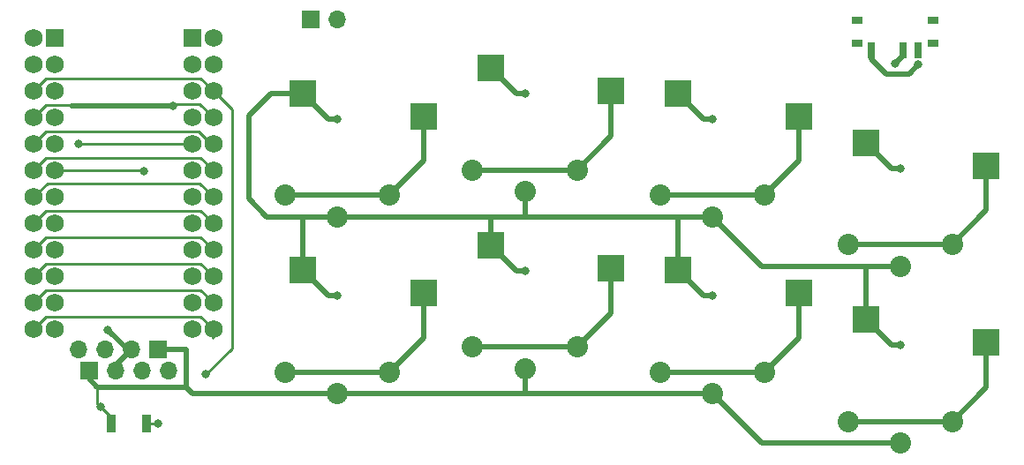
<source format=gbr>
%TF.GenerationSoftware,KiCad,Pcbnew,5.1.10*%
%TF.CreationDate,2021-07-08T20:07:14-05:00*%
%TF.ProjectId,small-paintbrush-hotswap,736d616c-6c2d-4706-9169-6e7462727573,rev?*%
%TF.SameCoordinates,Original*%
%TF.FileFunction,Copper,L2,Bot*%
%TF.FilePolarity,Positive*%
%FSLAX46Y46*%
G04 Gerber Fmt 4.6, Leading zero omitted, Abs format (unit mm)*
G04 Created by KiCad (PCBNEW 5.1.10) date 2021-07-08 20:07:14*
%MOMM*%
%LPD*%
G01*
G04 APERTURE LIST*
%TA.AperFunction,SMDPad,CuDef*%
%ADD10R,2.600000X2.600000*%
%TD*%
%TA.AperFunction,ComponentPad*%
%ADD11C,2.032000*%
%TD*%
%TA.AperFunction,ComponentPad*%
%ADD12O,1.700000X1.700000*%
%TD*%
%TA.AperFunction,ComponentPad*%
%ADD13R,1.700000X1.700000*%
%TD*%
%TA.AperFunction,ComponentPad*%
%ADD14C,1.752600*%
%TD*%
%TA.AperFunction,ComponentPad*%
%ADD15R,1.752600X1.752600*%
%TD*%
%TA.AperFunction,SMDPad,CuDef*%
%ADD16R,0.900000X1.700000*%
%TD*%
%TA.AperFunction,SMDPad,CuDef*%
%ADD17R,1.000000X0.800000*%
%TD*%
%TA.AperFunction,SMDPad,CuDef*%
%ADD18R,0.700000X1.500000*%
%TD*%
%TA.AperFunction,ViaPad*%
%ADD19C,0.800000*%
%TD*%
%TA.AperFunction,Conductor*%
%ADD20C,0.508000*%
%TD*%
%TA.AperFunction,Conductor*%
%ADD21C,0.254000*%
%TD*%
%TA.AperFunction,Conductor*%
%ADD22C,0.250000*%
%TD*%
G04 APERTURE END LIST*
D10*
%TO.P,KEY2,2*%
%TO.N,R1C2*%
X132176737Y-27469424D03*
D11*
X118901737Y-35019424D03*
X128901737Y-35019424D03*
D10*
%TO.P,KEY2,1*%
%TO.N,GND*%
X120626737Y-25269424D03*
D11*
X123901737Y-37119424D03*
%TD*%
D10*
%TO.P,KEY3,2*%
%TO.N,R1C3*%
X150176739Y-29849426D03*
D11*
X136901739Y-37399426D03*
X146901739Y-37399426D03*
D10*
%TO.P,KEY3,1*%
%TO.N,GND*%
X138626739Y-27649426D03*
D11*
X141901739Y-39499426D03*
%TD*%
D10*
%TO.P,KEY4,2*%
%TO.N,R1C4*%
X168176737Y-34599424D03*
D11*
X154901737Y-42149424D03*
X164901737Y-42149424D03*
D10*
%TO.P,KEY4,1*%
%TO.N,GND*%
X156626737Y-32399424D03*
D11*
X159901737Y-44249424D03*
%TD*%
D10*
%TO.P,KEY6,2*%
%TO.N,R2C2*%
X132176739Y-44469424D03*
D11*
X118901739Y-52019424D03*
X128901739Y-52019424D03*
D10*
%TO.P,KEY6,1*%
%TO.N,GND*%
X120626739Y-42269424D03*
D11*
X123901739Y-54119424D03*
%TD*%
D10*
%TO.P,KEY7,2*%
%TO.N,R2C3*%
X150176739Y-46849426D03*
D11*
X136901739Y-54399426D03*
X146901739Y-54399426D03*
D10*
%TO.P,KEY7,1*%
%TO.N,GND*%
X138626739Y-44649426D03*
D11*
X141901739Y-56499426D03*
%TD*%
D10*
%TO.P,KEY8,2*%
%TO.N,R2C4*%
X168176739Y-51599423D03*
D11*
X154901739Y-59149423D03*
X164901739Y-59149423D03*
D10*
%TO.P,KEY8,1*%
%TO.N,GND*%
X156626739Y-49399423D03*
D11*
X159901739Y-61249423D03*
%TD*%
D10*
%TO.P,KEY1,2*%
%TO.N,R1C1*%
X114176737Y-29849424D03*
D11*
X100901737Y-37399424D03*
X110901737Y-37399424D03*
D10*
%TO.P,KEY1,1*%
%TO.N,GND*%
X102626737Y-27649424D03*
D11*
X105901737Y-39499424D03*
%TD*%
D10*
%TO.P,KEY5,2*%
%TO.N,R2C1*%
X114176736Y-46849424D03*
D11*
X100901736Y-54399424D03*
X110901736Y-54399424D03*
D10*
%TO.P,KEY5,1*%
%TO.N,GND*%
X102626736Y-44649424D03*
D11*
X105901736Y-56499424D03*
%TD*%
D12*
%TO.P,J1,2*%
%TO.N,Net-(J1-Pad2)*%
X105941736Y-20599424D03*
D13*
%TO.P,J1,1*%
%TO.N,Net-(J1-Pad1)*%
X103401736Y-20599424D03*
%TD*%
D12*
%TO.P,J2,4*%
%TO.N,SDA*%
X81081737Y-52249424D03*
%TO.P,J2,3*%
%TO.N,SCL*%
X83621737Y-52249424D03*
%TO.P,J2,2*%
%TO.N,VCC*%
X86161737Y-52249424D03*
D13*
%TO.P,J2,1*%
%TO.N,GND*%
X88701737Y-52249424D03*
%TD*%
D14*
%TO.P,U1,24*%
%TO.N,Net-(U1-Pad24)*%
X94021737Y-22379424D03*
%TO.P,U1,12*%
%TO.N,Net-(U1-Pad12)*%
X78781737Y-50319424D03*
%TO.P,U1,23*%
%TO.N,GND*%
X94021737Y-24919424D03*
%TO.P,U1,22*%
%TO.N,RST*%
X94021737Y-27459424D03*
%TO.P,U1,21*%
%TO.N,VCC*%
X94021737Y-29999424D03*
%TO.P,U1,20*%
%TO.N,R1C1*%
X94021737Y-32539424D03*
%TO.P,U1,19*%
%TO.N,R1C2*%
X94021737Y-35079424D03*
%TO.P,U1,18*%
%TO.N,R1C3*%
X94021737Y-37619424D03*
%TO.P,U1,17*%
%TO.N,R1C4*%
X94021737Y-40159424D03*
%TO.P,U1,16*%
%TO.N,R2C1*%
X94021737Y-42699424D03*
%TO.P,U1,15*%
%TO.N,R2C2*%
X94021737Y-45239424D03*
%TO.P,U1,14*%
%TO.N,R2C3*%
X94021737Y-47779424D03*
%TO.P,U1,13*%
%TO.N,R2C4*%
X94021737Y-50319424D03*
%TO.P,U1,11*%
%TO.N,Net-(U1-Pad11)*%
X78781737Y-47779424D03*
%TO.P,U1,10*%
%TO.N,Net-(U1-Pad10)*%
X78781737Y-45239424D03*
%TO.P,U1,9*%
%TO.N,Net-(U1-Pad9)*%
X78781737Y-42699424D03*
%TO.P,U1,8*%
%TO.N,Net-(U1-Pad8)*%
X78781737Y-40159424D03*
%TO.P,U1,7*%
%TO.N,Net-(U1-Pad7)*%
X78781737Y-37619424D03*
%TO.P,U1,6*%
%TO.N,SCL*%
X78781737Y-35079424D03*
%TO.P,U1,5*%
%TO.N,SDA*%
X78781737Y-32539424D03*
%TO.P,U1,4*%
%TO.N,GND*%
X78781737Y-29999424D03*
%TO.P,U1,3*%
X78781737Y-27459424D03*
%TO.P,U1,2*%
%TO.N,Net-(U1-Pad2)*%
X78781737Y-24919424D03*
D15*
%TO.P,U1,1*%
%TO.N,Net-(U1-Pad1)*%
X78781737Y-22379424D03*
%TD*%
D16*
%TO.P,PUSH1,2*%
%TO.N,GND*%
X84201736Y-59349424D03*
%TO.P,PUSH1,1*%
%TO.N,RST*%
X87601736Y-59349424D03*
%TD*%
D17*
%TO.P,SW1,*%
%TO.N,*%
X155751737Y-22879425D03*
X163051737Y-22879425D03*
X163051737Y-20669425D03*
X155751737Y-20669425D03*
D18*
%TO.P,SW1,3*%
%TO.N,Net-(SW1-Pad3)*%
X161651737Y-23529425D03*
%TO.P,SW1,2*%
%TO.N,Net-(J1-Pad2)*%
X160151737Y-23529425D03*
%TO.P,SW1,1*%
%TO.N,Net-(J1-Pad1)*%
X157151737Y-23529425D03*
%TD*%
D12*
%TO.P,J3,4*%
%TO.N,SDA*%
X89721739Y-54249424D03*
%TO.P,J3,3*%
%TO.N,SCL*%
X87181739Y-54249424D03*
%TO.P,J3,2*%
%TO.N,VCC*%
X84641739Y-54249424D03*
D13*
%TO.P,J3,1*%
%TO.N,GND*%
X82101739Y-54249424D03*
%TD*%
D14*
%TO.P,U2,24*%
%TO.N,Net-(U2-Pad24)*%
X76781736Y-22379424D03*
%TO.P,U2,12*%
%TO.N,Net-(U2-Pad12)*%
X92021736Y-50319424D03*
%TO.P,U2,23*%
%TO.N,GND*%
X76781736Y-24919424D03*
%TO.P,U2,22*%
%TO.N,RST*%
X76781736Y-27459424D03*
%TO.P,U2,21*%
%TO.N,VCC*%
X76781736Y-29999424D03*
%TO.P,U2,20*%
%TO.N,R1C1*%
X76781736Y-32539424D03*
%TO.P,U2,19*%
%TO.N,R1C2*%
X76781736Y-35079424D03*
%TO.P,U2,18*%
%TO.N,R1C3*%
X76781736Y-37619424D03*
%TO.P,U2,17*%
%TO.N,R1C4*%
X76781736Y-40159424D03*
%TO.P,U2,16*%
%TO.N,R2C1*%
X76781736Y-42699424D03*
%TO.P,U2,15*%
%TO.N,R2C2*%
X76781736Y-45239424D03*
%TO.P,U2,14*%
%TO.N,R2C3*%
X76781736Y-47779424D03*
%TO.P,U2,13*%
%TO.N,R2C4*%
X76781736Y-50319424D03*
%TO.P,U2,11*%
%TO.N,Net-(U2-Pad11)*%
X92021736Y-47779424D03*
%TO.P,U2,10*%
%TO.N,Net-(U2-Pad10)*%
X92021736Y-45239424D03*
%TO.P,U2,9*%
%TO.N,Net-(U2-Pad9)*%
X92021736Y-42699424D03*
%TO.P,U2,8*%
%TO.N,Net-(U2-Pad8)*%
X92021736Y-40159424D03*
%TO.P,U2,7*%
%TO.N,Net-(U2-Pad7)*%
X92021736Y-37619424D03*
%TO.P,U2,6*%
%TO.N,SCL*%
X92021736Y-35079424D03*
%TO.P,U2,5*%
%TO.N,SDA*%
X92021736Y-32539424D03*
%TO.P,U2,4*%
%TO.N,GND*%
X92021736Y-29999424D03*
%TO.P,U2,3*%
X92021736Y-27459424D03*
%TO.P,U2,2*%
%TO.N,Net-(U2-Pad2)*%
X92021736Y-24919424D03*
D15*
%TO.P,U2,1*%
%TO.N,Net-(U2-Pad1)*%
X92021736Y-22379424D03*
%TD*%
D19*
%TO.N,GND*%
X159901739Y-34849425D03*
X123901738Y-44719424D03*
X83201736Y-57749424D03*
X105901739Y-30099426D03*
X105901739Y-47099426D03*
X159901738Y-51849425D03*
X123901737Y-27719424D03*
X141901739Y-30099424D03*
X141901739Y-47099424D03*
%TO.N,VCC*%
X83901738Y-50349424D03*
X90151736Y-28849424D03*
%TO.N,Net-(J1-Pad2)*%
X159401739Y-24799424D03*
%TO.N,Net-(J1-Pad1)*%
X161651737Y-24879443D03*
%TO.N,SDA*%
X81091736Y-32539424D03*
%TO.N,SCL*%
X87401736Y-35099424D03*
%TO.N,RST*%
X93301736Y-54649424D03*
X88701736Y-59349424D03*
%TD*%
D20*
%TO.N,GND*%
X156626739Y-32399423D02*
X159076737Y-34849424D01*
X159076737Y-34849424D02*
X159901739Y-34849425D01*
X159076736Y-51849424D02*
X156626738Y-49399423D01*
X156626738Y-44249424D02*
X159901737Y-44249424D01*
X121521738Y-39499424D02*
X123901738Y-39499423D01*
X120626739Y-39524427D02*
X120601736Y-39499424D01*
X141901739Y-56499423D02*
X123901736Y-56499424D01*
X82101738Y-55049424D02*
X82901738Y-55849424D01*
X120626739Y-25269424D02*
X123076737Y-27719425D01*
X138626737Y-39499423D02*
X141901739Y-39499423D01*
X123901736Y-56499424D02*
X105901738Y-56499424D01*
X123901737Y-38556264D02*
X123901737Y-37119424D01*
X105076738Y-47099424D02*
X105901739Y-47099426D01*
X82901738Y-55849424D02*
X91401739Y-55849424D01*
X97401738Y-37799426D02*
X99101736Y-39499424D01*
X105901739Y-39499424D02*
X121521738Y-39499424D01*
X141901739Y-47099424D02*
X141076739Y-47099425D01*
X97401738Y-29778461D02*
X97401738Y-31099422D01*
D21*
X83201736Y-57749424D02*
X82901738Y-57449426D01*
D20*
X102626736Y-27649424D02*
X105076737Y-30099424D01*
X159901739Y-61249425D02*
X146651737Y-61249424D01*
X159901738Y-51849425D02*
X159076736Y-51849424D01*
X82101738Y-54249424D02*
X82101738Y-55049424D01*
X99530775Y-27649424D02*
X102626737Y-27649424D01*
X120626739Y-42269424D02*
X123076737Y-44719424D01*
X141076739Y-47099425D02*
X138626737Y-44649425D01*
X97401738Y-29778461D02*
X99530775Y-27649424D01*
X123901739Y-56499421D02*
X123901736Y-56499424D01*
D21*
X82901738Y-57449426D02*
X82901738Y-55849424D01*
X83201736Y-57749424D02*
X84201736Y-58749424D01*
D20*
X156626738Y-49399423D02*
X156626738Y-44249424D01*
D21*
X84201736Y-58749424D02*
X84201736Y-59349424D01*
D20*
X138626737Y-44649425D02*
X138626737Y-39499423D01*
X141076738Y-30099425D02*
X141901739Y-30099424D01*
X123901739Y-54119424D02*
X123901739Y-56499421D01*
X156626738Y-44249424D02*
X146651739Y-44249423D01*
X105076737Y-30099424D02*
X105901739Y-30099426D01*
X123901738Y-39499423D02*
X123901737Y-38556264D01*
X99101736Y-39499424D02*
X102601736Y-39499424D01*
X97401738Y-32099422D02*
X97401738Y-29778461D01*
X102626736Y-44649424D02*
X102626736Y-39524424D01*
X91401739Y-55849424D02*
X91401736Y-52249425D01*
X123901738Y-39499423D02*
X141901739Y-39499423D01*
X146651739Y-44249423D02*
X141901739Y-39499423D01*
X91401736Y-52249425D02*
X88701739Y-52249424D01*
X97401738Y-31099422D02*
X97401738Y-37799426D01*
X102626739Y-44649423D02*
X105076738Y-47099424D01*
X123076737Y-44719424D02*
X123901738Y-44719424D01*
X120626739Y-42269424D02*
X120626739Y-39524427D01*
X146651737Y-61249424D02*
X141901739Y-56499423D01*
X102626736Y-39524424D02*
X102601736Y-39499424D01*
X123076737Y-27719425D02*
X123901737Y-27719424D01*
X138626739Y-27649425D02*
X141076738Y-30099425D01*
X105901737Y-39499424D02*
X102601736Y-39499424D01*
X92051736Y-56499424D02*
X91401736Y-55849424D01*
X105901736Y-56499424D02*
X92051736Y-56499424D01*
%TO.N,R1C1*%
X114176739Y-29849424D02*
X114176737Y-34124425D01*
X114176737Y-34124425D02*
X110901739Y-37399424D01*
X110901739Y-37399424D02*
X100901739Y-37399423D01*
D22*
X92598361Y-31338123D02*
X77983037Y-31338123D01*
X77983037Y-31338123D02*
X76781736Y-32539424D01*
X93799662Y-32539424D02*
X92598361Y-31338123D01*
X94021737Y-32539424D02*
X93799662Y-32539424D01*
D20*
%TO.N,R1C2*%
X128901739Y-35019425D02*
X118901739Y-35019424D01*
X132176739Y-31744423D02*
X128901739Y-35019425D01*
X132176737Y-27469424D02*
X132176739Y-31744423D01*
D21*
X92818436Y-33876123D02*
X94021737Y-35079424D01*
X77985037Y-33876123D02*
X92818436Y-33876123D01*
X76781736Y-35079424D02*
X77985037Y-33876123D01*
D20*
%TO.N,R1C3*%
X150176739Y-29849424D02*
X150176738Y-34124424D01*
X150176738Y-34124424D02*
X146901739Y-37399423D01*
X146901739Y-37399423D02*
X136901737Y-37399425D01*
D22*
X78120435Y-36280725D02*
X76781736Y-37619424D01*
X92683038Y-36280725D02*
X78120435Y-36280725D01*
X94021737Y-37619424D02*
X92683038Y-36280725D01*
D20*
%TO.N,R1C4*%
X164901738Y-42149424D02*
X154901738Y-42149423D01*
X168176739Y-38874424D02*
X164901738Y-42149424D01*
X168176738Y-34599424D02*
X168176739Y-38874424D01*
D22*
X92820436Y-38958123D02*
X94021737Y-40159424D01*
X77983037Y-38958123D02*
X92820436Y-38958123D01*
X76781736Y-40159424D02*
X77983037Y-38958123D01*
D20*
%TO.N,R2C1*%
X114176739Y-51124424D02*
X110901737Y-54399424D01*
X110901737Y-54399424D02*
X100901738Y-54399424D01*
X114176737Y-46849424D02*
X114176739Y-51124424D01*
D22*
X77983037Y-41498123D02*
X76781736Y-42699424D01*
X92820436Y-41498123D02*
X77983037Y-41498123D01*
X94021737Y-42699424D02*
X92820436Y-41498123D01*
D20*
%TO.N,R2C2*%
X132176738Y-48744423D02*
X128901737Y-52019424D01*
X128901737Y-52019424D02*
X118901738Y-52019424D01*
X132176738Y-44469423D02*
X132176738Y-48744423D01*
D22*
X92820436Y-44038123D02*
X94021737Y-45239424D01*
X77983037Y-44038123D02*
X92820436Y-44038123D01*
X76781736Y-45239424D02*
X77983037Y-44038123D01*
D20*
%TO.N,R2C3*%
X136901737Y-54399425D02*
X146901738Y-54399423D01*
X150176739Y-46849424D02*
X150176737Y-51124424D01*
X150176737Y-51124424D02*
X146901738Y-54399423D01*
D22*
X77983037Y-46578123D02*
X76781736Y-47779424D01*
X92820436Y-46578123D02*
X77983037Y-46578123D01*
X94021737Y-47779424D02*
X92820436Y-46578123D01*
D20*
%TO.N,R2C4*%
X168176737Y-51599424D02*
X168176739Y-55874424D01*
X168176739Y-55874424D02*
X164901738Y-59149425D01*
X154901737Y-59149424D02*
X164901738Y-59149425D01*
D21*
X94001735Y-51149425D02*
X94001736Y-51149424D01*
D22*
X92820436Y-49118123D02*
X94021737Y-50319424D01*
X77983037Y-49118123D02*
X92820436Y-49118123D01*
X76781736Y-50319424D02*
X77983037Y-49118123D01*
D20*
%TO.N,VCC*%
X84641739Y-53769424D02*
X86161737Y-52249424D01*
X84641738Y-54249425D02*
X84641739Y-53769424D01*
X85801738Y-52249423D02*
X83901738Y-50349424D01*
X86161737Y-52249424D02*
X85801738Y-52249423D01*
D21*
X77985036Y-28796124D02*
X76781736Y-29999424D01*
X80348435Y-28796124D02*
X77985036Y-28796124D01*
X80401737Y-28849424D02*
X80348435Y-28796124D01*
D20*
X80401737Y-28849424D02*
X90151736Y-28849424D01*
D21*
X94021738Y-29999423D02*
X92721740Y-28699425D01*
X90301735Y-28699425D02*
X90151736Y-28849424D01*
X92721740Y-28699425D02*
X90301735Y-28699425D01*
D20*
%TO.N,Net-(J1-Pad2)*%
X160151739Y-24049424D02*
X159401739Y-24799424D01*
X160151739Y-23529424D02*
X160151739Y-24049424D01*
%TO.N,Net-(J1-Pad1)*%
X157151739Y-24349427D02*
X158601736Y-25799424D01*
X158601736Y-25799424D02*
X160731756Y-25799424D01*
X160731756Y-25799424D02*
X161651737Y-24879443D01*
X157151739Y-23529426D02*
X157151739Y-24349427D01*
D22*
%TO.N,SDA*%
X92021736Y-32539424D02*
X81091736Y-32539424D01*
D21*
%TO.N,SCL*%
X78781737Y-35079424D02*
X87381736Y-35079424D01*
X87381736Y-35079424D02*
X87401736Y-35099424D01*
D22*
%TO.N,RST*%
X95801736Y-29239423D02*
X94021737Y-27459424D01*
X93301736Y-54649424D02*
X95801736Y-52149424D01*
X95801736Y-52149424D02*
X95801736Y-29239423D01*
X88701736Y-59349424D02*
X87601736Y-59349424D01*
X77983037Y-26258123D02*
X76781736Y-27459424D01*
X92820436Y-26258123D02*
X77983037Y-26258123D01*
X94021737Y-27459424D02*
X92820436Y-26258123D01*
%TD*%
M02*

</source>
